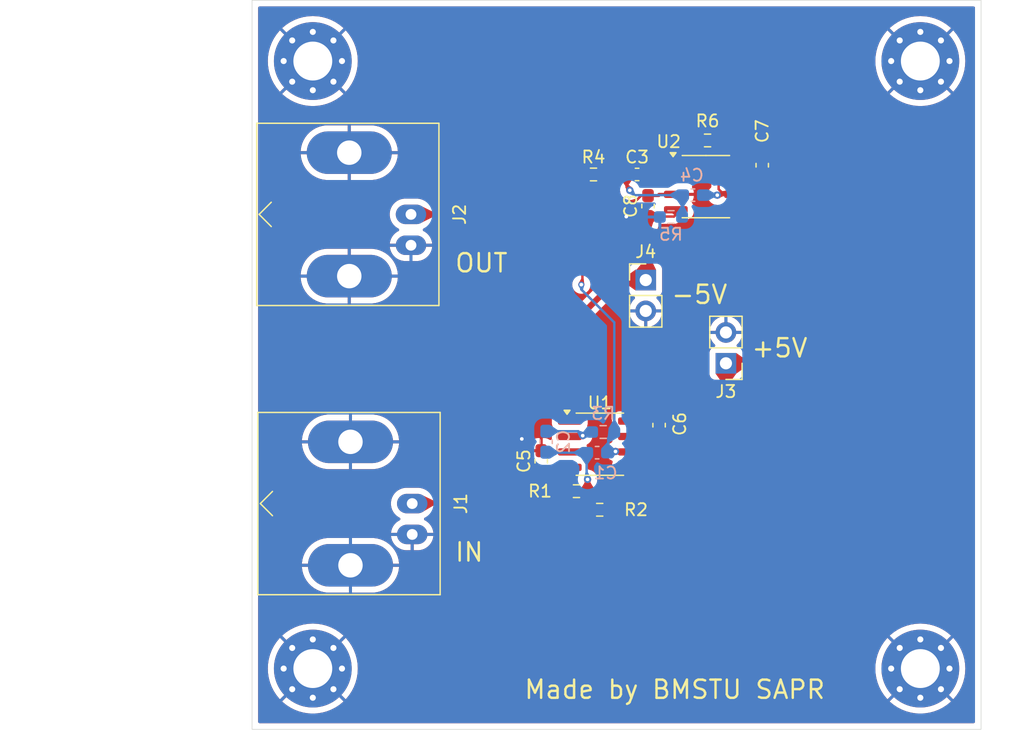
<source format=kicad_pcb>
(kicad_pcb (version 20240108) (generator "pcbnew") (generator_version "8.0")
  (layers (0 "F.Cu" signal) (31 "B.Cu" signal) (34 "B.Paste" user) (35 "F.Paste" user) (36 "B.SilkS" user "B.Silkscreen") (37 "F.SilkS" user "F.Silkscreen") (38 "B.Mask" user) (39 "F.Mask" user) (44 "Edge.Cuts" user))
  (net 0 "")
  (net 1 "Net-(C1-Pad1)")
  (net 2 "Net-(C1-Pad2)")
  (net 3 "Net-(U1--)")
  (net 4 "Net-(U2--)")
  (net 5 "Net-(C3-Pad1)")
  (net 6 "Net-(J2-In)")
  (net 7 "GND")
  (net 8 "-5V")
  (net 9 "+5V")
  (net 10 "Net-(J1-In)")
  (footprint "Resistor_SMD:R_0603_1608Metric_Pad0.98x0.95mm_HandSolder" (layer "F.Cu") (at 26.7 40.4)
    (property "Reference" "R1" (at -3 0 360) (layer "F.SilkS"))
    (property "Value" "1k")
    (fp_line (start -0.254724 -0.5225) (end 0.254724 -0.5225) (stroke (width 0.12)) (layer "F.SilkS"))
    (fp_line (start -0.254724 0.5225) (end 0.254724 0.5225) (stroke (width 0.12)) (layer "F.SilkS"))
    (pad "1" smd roundrect (at -0.9125 0) (size 0.975 0.95) (layers "F.Cu" "F.Paste" "F.Mask") (net 10 "Net-(J1-In)"))
    (pad "2" smd roundrect (at 0.9125 0) (size 0.975 0.95) (layers "F.Cu" "F.Paste" "F.Mask") (net 2 "Net-(C1-Pad2)"))
  )
  (footprint "Capacitor_SMD:C_0603_1608Metric_Pad1.08x0.95mm_HandSolder" (layer "F.Cu") (at 33.5 34.9675 90)
    (property "Reference" "C6" (at 0.1 1.7 90) (layer "F.SilkS"))
    (property "Value" "100n")
    (fp_line (start -0.146267 -0.51) (end 0.146267 -0.51) (stroke (width 0.12)) (layer "F.SilkS"))
    (fp_line (start -0.146267 0.51) (end 0.146267 0.51) (stroke (width 0.12)) (layer "F.SilkS"))
    (pad "1" smd roundrect (at -0.8625 0 90) (size 1.075 0.95) (layers "F.Cu" "F.Paste" "F.Mask") (net 9 "+5V"))
    (pad "2" smd roundrect (at 0.8625 0 90) (size 1.075 0.95) (layers "F.Cu" "F.Paste" "F.Mask") (net 7 "GND"))
  )
  (footprint "Connector_Coaxial:BNC_Amphenol_B6252HB-NPP3G-50_Horizontal" (layer "F.Cu") (at 13.08 17.62 90)
    (property "Reference" "J2" (at 0 4 90) (layer "F.SilkS"))
    (property "Value" "Conn_Coaxial")
    (fp_line (start 7.5 -12.7) (end 7.5 2.3) (stroke (width 0.12)) (layer "F.SilkS"))
    (fp_line (start -7.5 -12.7) (end 7.5 -12.7) (stroke (width 0.12)) (layer "F.SilkS"))
    (fp_line (start 0 -12.5) (end 1 -11.5) (stroke (width 0.12)) (layer "F.SilkS"))
    (fp_line (start 0 -12.5) (end -1 -11.5) (stroke (width 0.12)) (layer "F.SilkS"))
    (fp_line (start 7.5 2.3) (end -7.5 2.3) (stroke (width 0.12)) (layer "F.SilkS"))
    (fp_line (start -7.5 2.3) (end -7.5 -12.7) (stroke (width 0.12)) (layer "F.SilkS"))
    (pad "1" thru_hole oval (at 0 0 90) (size 1.6 2.5) (drill 0.89) (layers "*.Cu" "*.Mask") (net 6 "Net-(J2-In)"))
    (pad "2" thru_hole oval (at -5.08 -5.08 90) (size 3.5 7) (drill 2.01) (layers "*.Cu" "*.Mask") (net 7 "GND"))
    (pad "2" thru_hole oval (at -2.54 0 90) (size 1.6 2.5) (drill 0.89) (layers "*.Cu" "*.Mask") (net 7 "GND"))
    (pad "2" thru_hole oval (at 5.08 -5.08 90) (size 3.5 7) (drill 2.01) (layers "*.Cu" "*.Mask") (net 7 "GND"))
  )
  (footprint "Connector_Coaxial:BNC_Amphenol_B6252HB-NPP3G-50_Horizontal" (layer "F.Cu") (at 13.18 41.42 90)
    (property "Reference" "J1" (at 0 4 90) (layer "F.SilkS"))
    (property "Value" "Conn_Coaxial")
    (fp_line (start 7.5 -12.7) (end 7.5 2.3) (stroke (width 0.12)) (layer "F.SilkS"))
    (fp_line (start -7.5 -12.7) (end 7.5 -12.7) (stroke (width 0.12)) (layer "F.SilkS"))
    (fp_line (start 0 -12.5) (end 1 -11.5) (stroke (width 0.12)) (layer "F.SilkS"))
    (fp_line (start 0 -12.5) (end -1 -11.5) (stroke (width 0.12)) (layer "F.SilkS"))
    (fp_line (start 7.5 2.3) (end -7.5 2.3) (stroke (width 0.12)) (layer "F.SilkS"))
    (fp_line (start -7.5 2.3) (end -7.5 -12.7) (stroke (width 0.12)) (layer "F.SilkS"))
    (pad "1" thru_hole oval (at 0 0 90) (size 1.6 2.5) (drill 0.89) (layers "*.Cu" "*.Mask") (net 10 "Net-(J1-In)"))
    (pad "2" thru_hole oval (at -5.08 -5.08 90) (size 3.5 7) (drill 2.01) (layers "*.Cu" "*.Mask") (net 7 "GND"))
    (pad "2" thru_hole oval (at -2.54 0 90) (size 1.6 2.5) (drill 0.89) (layers "*.Cu" "*.Mask") (net 7 "GND"))
    (pad "2" thru_hole oval (at 5.08 -5.08 90) (size 3.5 7) (drill 2.01) (layers "*.Cu" "*.Mask") (net 7 "GND"))
  )
  (footprint "Capacitor_SMD:C_0603_1608Metric_Pad1.08x0.95mm_HandSolder" (layer "F.Cu") (at 32.58875 16.935 90)
    (property "Reference" "C8" (at 0 -1.43 90) (layer "F.SilkS"))
    (property "Value" "100n")
    (fp_line (start -0.146267 -0.51) (end 0.146267 -0.51) (stroke (width 0.12)) (layer "F.SilkS"))
    (fp_line (start -0.146267 0.51) (end 0.146267 0.51) (stroke (width 0.12)) (layer "F.SilkS"))
    (pad "1" smd roundrect (at -0.8625 0 90) (size 1.075 0.95) (layers "F.Cu" "F.Paste" "F.Mask") (net 8 "-5V"))
    (pad "2" smd roundrect (at 0.8625 0 90) (size 1.075 0.95) (layers "F.Cu" "F.Paste" "F.Mask") (net 7 "GND"))
  )
  (footprint "Resistor_SMD:R_0603_1608Metric_Pad0.98x0.95mm_HandSolder" (layer "F.Cu") (at 28.6125 41.93)
    (property "Reference" "R2" (at 2.9875 0 0) (layer "F.SilkS"))
    (property "Value" "3k")
    (fp_line (start -0.254724 -0.5225) (end 0.254724 -0.5225) (stroke (width 0.12)) (layer "F.SilkS"))
    (fp_line (start -0.254724 0.5225) (end 0.254724 0.5225) (stroke (width 0.12)) (layer "F.SilkS"))
    (pad "1" smd roundrect (at -0.9125 0) (size 0.975 0.95) (layers "F.Cu" "F.Paste" "F.Mask") (net 2 "Net-(C1-Pad2)"))
    (pad "2" smd roundrect (at 0.9125 0) (size 0.975 0.95) (layers "F.Cu" "F.Paste" "F.Mask") (net 7 "GND"))
  )
  (footprint "Connector_PinHeader_2.54mm:PinHeader_1x02_P2.54mm_Vertical" (layer "F.Cu") (at 39 29.875 180)
    (property "Reference" "J3" (at 0 -2.33 360) (layer "F.SilkS"))
    (property "Value" "Conn_01x02")
    (fp_line (start 1.33 1.27) (end 1.33 3.87) (stroke (width 0.12)) (layer "F.SilkS"))
    (fp_line (start -1.33 3.87) (end 1.33 3.87) (stroke (width 0.12)) (layer "F.SilkS"))
    (fp_line (start -1.33 1.27) (end 1.33 1.27) (stroke (width 0.12)) (layer "F.SilkS"))
    (fp_line (start -1.33 1.27) (end -1.33 3.87) (stroke (width 0.12)) (layer "F.SilkS"))
    (fp_line (start -1.33 0) (end -1.33 -1.33) (stroke (width 0.12)) (layer "F.SilkS"))
    (fp_line (start -1.33 -1.33) (end 0 -1.33) (stroke (width 0.12)) (layer "F.SilkS"))
    (pad "1" thru_hole rect (at 0 0 180) (size 1.7 1.7) (drill 1) (layers "*.Cu" "*.Mask") (net 9 "+5V"))
    (pad "2" thru_hole oval (at 0 2.54 180) (size 1.7 1.7) (drill 1) (layers "*.Cu" "*.Mask") (net 7 "GND"))
  )
  (footprint "Package_SO:SOIC-8_3.9x4.9mm_P1.27mm" (layer "F.Cu") (at 28.625 36.535)
    (property "Reference" "U1" (at 0 -3.4 0) (layer "F.SilkS"))
    (property "Value" "OPA188xxD")
    (fp_line (start 0 -2.56) (end -1.95 -2.56) (stroke (width 0.12)) (layer "F.SilkS"))
    (fp_line (start 0 -2.56) (end 1.95 -2.56) (stroke (width 0.12)) (layer "F.SilkS"))
    (fp_line (start 0 2.56) (end -1.95 2.56) (stroke (width 0.12)) (layer "F.SilkS"))
    (fp_line (start 0 2.56) (end 1.95 2.56) (stroke (width 0.12)) (layer "F.SilkS"))
    (fp_poly (pts (xy -2.7 -2.465) (xy -2.94 -2.795) (xy -2.46 -2.795) (xy -2.7 -2.465)) (stroke (width 0.12)) (fill solid) (layer "F.SilkS"))
    (pad "1" smd roundrect (at -2.475 -1.905) (size 1.95 0.6) (layers "F.Cu" "F.Paste" "F.Mask"))
    (pad "2" smd roundrect (at -2.475 -0.635) (size 1.95 0.6) (layers "F.Cu" "F.Paste" "F.Mask") (net 3 "Net-(U1--)"))
    (pad "3" smd roundrect (at -2.475 0.635) (size 1.95 0.6) (layers "F.Cu" "F.Paste" "F.Mask") (net 7 "GND"))
    (pad "4" smd roundrect (at -2.475 1.905) (size 1.95 0.6) (layers "F.Cu" "F.Paste" "F.Mask") (net 8 "-5V"))
    (pad "5" smd roundrect (at 2.475 1.905) (size 1.95 0.6) (layers "F.Cu" "F.Paste" "F.Mask"))
    (pad "6" smd roundrect (at 2.475 0.635) (size 1.95 0.6) (layers "F.Cu" "F.Paste" "F.Mask") (net 1 "Net-(C1-Pad1)"))
    (pad "7" smd roundrect (at 2.475 -0.635) (size 1.95 0.6) (layers "F.Cu" "F.Paste" "F.Mask") (net 9 "+5V"))
    (pad "8" smd roundrect (at 2.475 -1.905) (size 1.95 0.6) (layers "F.Cu" "F.Paste" "F.Mask"))
  )
  (footprint "MountingHole:MountingHole_3.2mm_M3_Pad_Via" (layer "F.Cu") (at 55 55)
    (property "Reference" "J8" (hide yes))
    (property "Value" "Screw_Terminal_01x01")
    (pad "1" thru_hole circle (at -2.4 0) (size 0.8 0.8) (drill 0.5) (layers "*.Cu" "*.Mask") (net 7 "GND"))
    (pad "1" thru_hole circle (at -1.697056 -1.697056) (size 0.8 0.8) (drill 0.5) (layers "*.Cu" "*.Mask") (net 7 "GND"))
    (pad "1" thru_hole circle (at -1.697056 1.697056) (size 0.8 0.8) (drill 0.5) (layers "*.Cu" "*.Mask") (net 7 "GND"))
    (pad "1" thru_hole circle (at 0 -2.4) (size 0.8 0.8) (drill 0.5) (layers "*.Cu" "*.Mask") (net 7 "GND"))
    (pad "1" thru_hole circle (at 0 0) (size 6.4 6.4) (drill 3.2) (layers "*.Cu" "*.Mask") (net 7 "GND"))
    (pad "1" thru_hole circle (at 0 2.4) (size 0.8 0.8) (drill 0.5) (layers "*.Cu" "*.Mask") (net 7 "GND"))
    (pad "1" thru_hole circle (at 1.697056 -1.697056) (size 0.8 0.8) (drill 0.5) (layers "*.Cu" "*.Mask") (net 7 "GND"))
    (pad "1" thru_hole circle (at 1.697056 1.697056) (size 0.8 0.8) (drill 0.5) (layers "*.Cu" "*.Mask") (net 7 "GND"))
    (pad "1" thru_hole circle (at 2.4 0) (size 0.8 0.8) (drill 0.5) (layers "*.Cu" "*.Mask") (net 7 "GND"))
  )
  (footprint "Resistor_SMD:R_0603_1608Metric_Pad0.98x0.95mm_HandSolder" (layer "F.Cu") (at 37.48875 11.535 180)
    (property "Reference" "R6" (at 0 1.6 0) (layer "F.SilkS"))
    (property "Value" "1k")
    (fp_line (start -0.254724 0.5225) (end 0.254724 0.5225) (stroke (width 0.12)) (layer "F.SilkS"))
    (fp_line (start -0.254724 -0.5225) (end 0.254724 -0.5225) (stroke (width 0.12)) (layer "F.SilkS"))
    (pad "1" smd roundrect (at -0.9125 0 180) (size 0.975 0.95) (layers "F.Cu" "F.Paste" "F.Mask") (net 6 "Net-(J2-In)"))
    (pad "2" smd roundrect (at 0.9125 0 180) (size 0.975 0.95) (layers "F.Cu" "F.Paste" "F.Mask") (net 4 "Net-(U2--)"))
  )
  (footprint "Capacitor_SMD:C_0603_1608Metric_Pad1.08x0.95mm_HandSolder" (layer "F.Cu") (at 23.8 37.93 90)
    (property "Reference" "C5" (at 0 -1.43 90) (layer "F.SilkS"))
    (property "Value" "100n")
    (fp_line (start -0.146267 -0.51) (end 0.146267 -0.51) (stroke (width 0.12)) (layer "F.SilkS"))
    (fp_line (start -0.146267 0.51) (end 0.146267 0.51) (stroke (width 0.12)) (layer "F.SilkS"))
    (pad "1" smd roundrect (at -0.8625 0 90) (size 1.075 0.95) (layers "F.Cu" "F.Paste" "F.Mask") (net 8 "-5V"))
    (pad "2" smd roundrect (at 0.8625 0 90) (size 1.075 0.95) (layers "F.Cu" "F.Paste" "F.Mask") (net 7 "GND"))
  )
  (footprint "Resistor_SMD:R_0603_1608Metric_Pad0.98x0.95mm_HandSolder" (layer "F.Cu") (at 28.10125 14.335)
    (property "Reference" "R4" (at 0 -1.43 0) (layer "F.SilkS"))
    (property "Value" "4.7k")
    (fp_line (start -0.254724 -0.5225) (end 0.254724 -0.5225) (stroke (width 0.12)) (layer "F.SilkS"))
    (fp_line (start -0.254724 0.5225) (end 0.254724 0.5225) (stroke (width 0.12)) (layer "F.SilkS"))
    (pad "1" smd roundrect (at -0.9125 0) (size 0.975 0.95) (layers "F.Cu" "F.Paste" "F.Mask") (net 1 "Net-(C1-Pad1)"))
    (pad "2" smd roundrect (at 0.9125 0) (size 0.975 0.95) (layers "F.Cu" "F.Paste" "F.Mask") (net 5 "Net-(C3-Pad1)"))
  )
  (footprint "Package_SO:SOIC-8_3.9x4.9mm_P1.27mm" (layer "F.Cu") (at 37.35125 15.335)
    (property "Reference" "U2" (at -3.0625 -3.7 0) (layer "F.SilkS"))
    (property "Value" "OPA188xxD")
    (fp_line (start 0 -2.56) (end -1.95 -2.56) (stroke (width 0.12)) (layer "F.SilkS"))
    (fp_line (start 0 -2.56) (end 1.95 -2.56) (stroke (width 0.12)) (layer "F.SilkS"))
    (fp_line (start 0 2.56) (end -1.95 2.56) (stroke (width 0.12)) (layer "F.SilkS"))
    (fp_line (start 0 2.56) (end 1.95 2.56) (stroke (width 0.12)) (layer "F.SilkS"))
    (fp_poly (pts (xy -2.7 -2.465) (xy -2.94 -2.795) (xy -2.46 -2.795) (xy -2.7 -2.465)) (stroke (width 0.12)) (fill solid) (layer "F.SilkS"))
    (pad "1" smd roundrect (at -2.475 -1.905) (size 1.95 0.6) (layers "F.Cu" "F.Paste" "F.Mask"))
    (pad "2" smd roundrect (at -2.475 -0.635) (size 1.95 0.6) (layers "F.Cu" "F.Paste" "F.Mask") (net 4 "Net-(U2--)"))
    (pad "3" smd roundrect (at -2.475 0.635) (size 1.95 0.6) (layers "F.Cu" "F.Paste" "F.Mask") (net 7 "GND"))
    (pad "4" smd roundrect (at -2.475 1.905) (size 1.95 0.6) (layers "F.Cu" "F.Paste" "F.Mask") (net 8 "-5V"))
    (pad "5" smd roundrect (at 2.475 1.905) (size 1.95 0.6) (layers "F.Cu" "F.Paste" "F.Mask"))
    (pad "6" smd roundrect (at 2.475 0.635) (size 1.95 0.6) (layers "F.Cu" "F.Paste" "F.Mask") (net 6 "Net-(J2-In)"))
    (pad "7" smd roundrect (at 2.475 -0.635) (size 1.95 0.6) (layers "F.Cu" "F.Paste" "F.Mask") (net 9 "+5V"))
    (pad "8" smd roundrect (at 2.475 -1.905) (size 1.95 0.6) (layers "F.Cu" "F.Paste" "F.Mask"))
  )
  (footprint "MountingHole:MountingHole_3.2mm_M3_Pad_Via" (layer "F.Cu") (at 55 5)
    (property "Reference" "J6" (hide yes))
    (property "Value" "Screw_Terminal_01x01")
    (pad "1" thru_hole circle (at -2.4 0) (size 0.8 0.8) (drill 0.5) (layers "*.Cu" "*.Mask") (net 7 "GND"))
    (pad "1" thru_hole circle (at -1.697056 -1.697056) (size 0.8 0.8) (drill 0.5) (layers "*.Cu" "*.Mask") (net 7 "GND"))
    (pad "1" thru_hole circle (at -1.697056 1.697056) (size 0.8 0.8) (drill 0.5) (layers "*.Cu" "*.Mask") (net 7 "GND"))
    (pad "1" thru_hole circle (at 0 -2.4) (size 0.8 0.8) (drill 0.5) (layers "*.Cu" "*.Mask") (net 7 "GND"))
    (pad "1" thru_hole circle (at 0 0) (size 6.4 6.4) (drill 3.2) (layers "*.Cu" "*.Mask") (net 7 "GND"))
    (pad "1" thru_hole circle (at 0 2.4) (size 0.8 0.8) (drill 0.5) (layers "*.Cu" "*.Mask") (net 7 "GND"))
    (pad "1" thru_hole circle (at 1.697056 -1.697056) (size 0.8 0.8) (drill 0.5) (layers "*.Cu" "*.Mask") (net 7 "GND"))
    (pad "1" thru_hole circle (at 1.697056 1.697056) (size 0.8 0.8) (drill 0.5) (layers "*.Cu" "*.Mask") (net 7 "GND"))
    (pad "1" thru_hole circle (at 2.4 0) (size 0.8 0.8) (drill 0.5) (layers "*.Cu" "*.Mask") (net 7 "GND"))
  )
  (footprint "Capacitor_SMD:C_0603_1608Metric_Pad1.08x0.95mm_HandSolder" (layer "F.Cu") (at 41.98875 13.5725 90)
    (property "Reference" "C7" (at 2.8 0 90) (layer "F.SilkS"))
    (property "Value" "100n")
    (fp_line (start -0.146267 -0.51) (end 0.146267 -0.51) (stroke (width 0.12)) (layer "F.SilkS"))
    (fp_line (start -0.146267 0.51) (end 0.146267 0.51) (stroke (width 0.12)) (layer "F.SilkS"))
    (pad "1" smd roundrect (at -0.8625 0 90) (size 1.075 0.95) (layers "F.Cu" "F.Paste" "F.Mask") (net 9 "+5V"))
    (pad "2" smd roundrect (at 0.8625 0 90) (size 1.075 0.95) (layers "F.Cu" "F.Paste" "F.Mask") (net 7 "GND"))
  )
  (footprint "Connector_PinHeader_2.54mm:PinHeader_1x02_P2.54mm_Vertical" (layer "F.Cu") (at 32.4 23.025)
    (property "Reference" "J4" (at 0 -2.33 0) (layer "F.SilkS"))
    (property "Value" "Conn_01x02")
    (fp_line (start -1.33 -1.33) (end 0 -1.33) (stroke (width 0.12)) (layer "F.SilkS"))
    (fp_line (start -1.33 0) (end -1.33 -1.33) (stroke (width 0.12)) (layer "F.SilkS"))
    (fp_line (start -1.33 1.27) (end -1.33 3.87) (stroke (width 0.12)) (layer "F.SilkS"))
    (fp_line (start -1.33 1.27) (end 1.33 1.27) (stroke (width 0.12)) (layer "F.SilkS"))
    (fp_line (start -1.33 3.87) (end 1.33 3.87) (stroke (width 0.12)) (layer "F.SilkS"))
    (fp_line (start 1.33 1.27) (end 1.33 3.87) (stroke (width 0.12)) (layer "F.SilkS"))
    (pad "1" thru_hole rect (at 0 0) (size 1.7 1.7) (drill 1) (layers "*.Cu" "*.Mask") (net 8 "-5V"))
    (pad "2" thru_hole oval (at 0 2.54) (size 1.7 1.7) (drill 1) (layers "*.Cu" "*.Mask") (net 7 "GND"))
  )
  (footprint "Capacitor_SMD:C_0603_1608Metric_Pad1.08x0.95mm_HandSolder" (layer "F.Cu") (at 31.68875 14.335)
    (property "Reference" "C3" (at 0 -1.43 0) (layer "F.SilkS"))
    (property "Value" "100n")
    (fp_line (start -0.146267 -0.51) (end 0.146267 -0.51) (stroke (width 0.12)) (layer "F.SilkS"))
    (fp_line (start -0.146267 0.51) (end 0.146267 0.51) (stroke (width 0.12)) (layer "F.SilkS"))
    (pad "1" smd roundrect (at -0.8625 0) (size 1.075 0.95) (layers "F.Cu" "F.Paste" "F.Mask") (net 5 "Net-(C3-Pad1)"))
    (pad "2" smd roundrect (at 0.8625 0) (size 1.075 0.95) (layers "F.Cu" "F.Paste" "F.Mask") (net 4 "Net-(U2--)"))
  )
  (footprint "MountingHole:MountingHole_3.2mm_M3_Pad_Via" (layer "F.Cu") (at 5 5)
    (property "Reference" "J5" (hide yes))
    (property "Value" "Screw_Terminal_01x01")
    (pad "1" thru_hole circle (at -2.4 0) (size 0.8 0.8) (drill 0.5) (layers "*.Cu" "*.Mask") (net 7 "GND"))
    (pad "1" thru_hole circle (at -1.697056 -1.697056) (size 0.8 0.8) (drill 0.5) (layers "*.Cu" "*.Mask") (net 7 "GND"))
    (pad "1" thru_hole circle (at -1.697056 1.697056) (size 0.8 0.8) (drill 0.5) (layers "*.Cu" "*.Mask") (net 7 "GND"))
    (pad "1" thru_hole circle (at 0 -2.4) (size 0.8 0.8) (drill 0.5) (layers "*.Cu" "*.Mask") (net 7 "GND"))
    (pad "1" thru_hole circle (at 0 0) (size 6.4 6.4) (drill 3.2) (layers "*.Cu" "*.Mask") (net 7 "GND"))
    (pad "1" thru_hole circle (at 0 2.4) (size 0.8 0.8) (drill 0.5) (layers "*.Cu" "*.Mask") (net 7 "GND"))
    (pad "1" thru_hole circle (at 1.697056 -1.697056) (size 0.8 0.8) (drill 0.5) (layers "*.Cu" "*.Mask") (net 7 "GND"))
    (pad "1" thru_hole circle (at 1.697056 1.697056) (size 0.8 0.8) (drill 0.5) (layers "*.Cu" "*.Mask") (net 7 "GND"))
    (pad "1" thru_hole circle (at 2.4 0) (size 0.8 0.8) (drill 0.5) (layers "*.Cu" "*.Mask") (net 7 "GND"))
  )
  (footprint "MountingHole:MountingHole_3.2mm_M3_Pad_Via" (layer "F.Cu") (at 5 55)
    (property "Reference" "J7" (hide yes))
    (property "Value" "Screw_Terminal_01x01")
    (pad "1" thru_hole circle (at -2.4 0) (size 0.8 0.8) (drill 0.5) (layers "*.Cu" "*.Mask") (net 7 "GND"))
    (pad "1" thru_hole circle (at -1.697056 -1.697056) (size 0.8 0.8) (drill 0.5) (layers "*.Cu" "*.Mask") (net 7 "GND"))
    (pad "1" thru_hole circle (at -1.697056 1.697056) (size 0.8 0.8) (drill 0.5) (layers "*.Cu" "*.Mask") (net 7 "GND"))
    (pad "1" thru_hole circle (at 0 -2.4) (size 0.8 0.8) (drill 0.5) (layers "*.Cu" "*.Mask") (net 7 "GND"))
    (pad "1" thru_hole circle (at 0 0) (size 6.4 6.4) (drill 3.2) (layers "*.Cu" "*.Mask") (net 7 "GND"))
    (pad "1" thru_hole circle (at 0 2.4) (size 0.8 0.8) (drill 0.5) (layers "*.Cu" "*.Mask") (net 7 "GND"))
    (pad "1" thru_hole circle (at 1.697056 -1.697056) (size 0.8 0.8) (drill 0.5) (layers "*.Cu" "*.Mask") (net 7 "GND"))
    (pad "1" thru_hole circle (at 1.697056 1.697056) (size 0.8 0.8) (drill 0.5) (layers "*.Cu" "*.Mask") (net 7 "GND"))
    (pad "1" thru_hole circle (at 2.4 0) (size 0.8 0.8) (drill 0.5) (layers "*.Cu" "*.Mask") (net 7 "GND"))
  )
  (footprint "Capacitor_SMD:C_0603_1608Metric_Pad1.08x0.95mm_HandSolder" (layer "B.Cu") (at 36.28875 16.035)
    (property "Reference" "C4" (at -0.08875 -1.635 0) (layer "B.SilkS") (effects (justify mirror)))
    (property "Value" "1n")
    (fp_line (start 0.146267 -0.51) (end -0.146267 -0.51) (stroke (width 0.12)) (layer "B.SilkS"))
    (fp_line (start 0.146267 0.51) (end -0.146267 0.51) (stroke (width 0.12)) (layer "B.SilkS"))
    (pad "1" smd roundrect (at -0.8625 0) (size 1.075 0.95) (layers "B.Cu" "B.Paste" "B.Mask") (net 5 "Net-(C3-Pad1)"))
    (pad "2" smd roundrect (at 0.8625 0) (size 1.075 0.95) (layers "B.Cu" "B.Paste" "B.Mask") (net 6 "Net-(J2-In)"))
  )
  (footprint "Resistor_SMD:R_0603_1608Metric_Pad0.98x0.95mm_HandSolder" (layer "B.Cu") (at 28.9 35.53)
    (property "Reference" "R3" (at 0 -1.53 360) (layer "B.SilkS") (effects (justify mirror)))
    (property "Value" "3k")
    (fp_line (start 0.254724 -0.5225) (end -0.254724 -0.5225) (stroke (width 0.12)) (layer "B.SilkS"))
    (fp_line (start 0.254724 0.5225) (end -0.254724 0.5225) (stroke (width 0.12)) (layer "B.SilkS"))
    (pad "1" smd roundrect (at -0.9125 0) (size 0.975 0.95) (layers "B.Cu" "B.Paste" "B.Mask") (net 3 "Net-(U1--)"))
    (pad "2" smd roundrect (at 0.9125 0) (size 0.975 0.95) (layers "B.Cu" "B.Paste" "B.Mask") (net 1 "Net-(C1-Pad1)"))
  )
  (footprint "Capacitor_SMD:C_0603_1608Metric_Pad1.08x0.95mm_HandSolder" (layer "B.Cu") (at 24.2 36.33 90)
    (property "Reference" "C2" (at 0 1.43 90) (layer "B.SilkS") (effects (justify mirror)))
    (property "Value" "10n")
    (fp_line (start 0.146267 -0.51) (end -0.146267 -0.51) (stroke (width 0.12)) (layer "B.SilkS"))
    (fp_line (start 0.146267 0.51) (end -0.146267 0.51) (stroke (width 0.12)) (layer "B.SilkS"))
    (pad "1" smd roundrect (at -0.8625 0 90) (size 1.075 0.95) (layers "B.Cu" "B.Paste" "B.Mask") (net 2 "Net-(C1-Pad2)"))
    (pad "2" smd roundrect (at 0.8625 0 90) (size 1.075 0.95) (layers "B.Cu" "B.Paste" "B.Mask") (net 3 "Net-(U1--)"))
  )
  (footprint "Capacitor_SMD:C_0603_1608Metric_Pad1.08x0.95mm_HandSolder" (layer "B.Cu") (at 28.4 37.23 180)
    (property "Reference" "C1" (at -0.7 -1.67 360) (layer "B.SilkS") (effects (justify mirror)))
    (property "Value" "10n")
    (fp_line (start 0.146267 0.51) (end -0.146267 0.51) (stroke (width 0.12)) (layer "B.SilkS"))
    (fp_line (start 0.146267 -0.51) (end -0.146267 -0.51) (stroke (width 0.12)) (layer "B.SilkS"))
    (pad "1" smd roundrect (at -0.8625 0 180) (size 1.075 0.95) (layers "B.Cu" "B.Paste" "B.Mask") (net 1 "Net-(C1-Pad1)"))
    (pad "2" smd roundrect (at 0.8625 0 180) (size 1.075 0.95) (layers "B.Cu" "B.Paste" "B.Mask") (net 2 "Net-(C1-Pad2)"))
  )
  (footprint "Resistor_SMD:R_0603_1608Metric_Pad0.98x0.95mm_HandSolder" (layer "B.Cu") (at 34.47625 17.835)
    (property "Reference" "R5" (at 0 1.43 0) (layer "B.SilkS") (effects (justify mirror)))
    (property "Value" "3k")
    (fp_line (start 0.254724 -0.5225) (end -0.254724 -0.5225) (stroke (width 0.12)) (layer "B.SilkS"))
    (fp_line (start 0.254724 0.5225) (end -0.254724 0.5225) (stroke (width 0.12)) (layer "B.SilkS"))
    (pad "1" smd roundrect (at -0.9125 0) (size 0.975 0.95) (layers "B.Cu" "B.Paste" "B.Mask") (net 7 "GND"))
    (pad "2" smd roundrect (at 0.9125 0) (size 0.975 0.95) (layers "B.Cu" "B.Paste" "B.Mask") (net 5 "Net-(C3-Pad1)"))
  )
  (gr_rect (start 0 0) (end 60 60) (stroke (width 0.05)) (fill none) (layer "Edge.Cuts"))
  (gr_text "OUT" (at 16.6 22.5 0) (layer "F.SilkS") (effects (font (size 1.5 1.5) (thickness 0.2)) (justify left bottom)))
  (gr_text "-5V\n" (at 34.4 25.1 0) (layer "F.SilkS") (effects (font (size 1.5 1.5) (thickness 0.2)) (justify left bottom)))
  (gr_text "Made by BMSTU SAPR" (at 22.3 57.6 0) (layer "F.SilkS") (effects (font (size 1.5 1.5) (thickness 0.2)) (justify left bottom)))
  (gr_text "IN" (at 16.6 46.3 0) (layer "F.SilkS") (effects (font (size 1.5 1.5) (thickness 0.2)) (justify left bottom)))
  (gr_text "+5V\n" (at 41 29.5 0) (layer "F.SilkS") (effects (font (size 1.5 1.5) (thickness 0.2)) (justify left bottom)))
  (segment (start 29.9125 37.13) (end 31.06 37.13) (width 0.2) (layer "F.Cu") (net 1))
  (segment (start 31.06 37.13) (end 31.1 37.17) (width 0.2) (layer "F.Cu") (net 1))
  (segment (start 27.18875 14.335) (end 27.18875 23.31125) (width 0.2) (layer "F.Cu") (net 1))
  (segment (start 27.18875 23.31125) (end 27.1 23.4) (width 0.2) (layer "F.Cu") (net 1))
  (via (at 27.1 23.4) (size 0.5) (drill 0.3) (layers "F.Cu" "B.Cu") (net 1))
  (via (at 29.9125 37.13) (size 0.6) (drill 0.3) (layers "F.Cu" "B.Cu") (net 1))
  (segment (start 27.1 23.8) (end 29.8125 26.5125) (width 0.2) (layer "B.Cu") (net 1))
  (segment (start 29.8125 37.23) (end 29.9125 37.13) (width 0.2) (layer "B.Cu") (net 1))
  (segment (start 29.3125 36.43) (end 29.2625 36.48) (width 0.2) (layer "B.Cu") (net 1))
  (segment (start 27.1 23.4) (end 27.1 23.8) (width 0.2) (layer "B.Cu") (net 1))
  (segment (start 29.3125 36.03) (end 29.3125 36.43) (width 0.2) (layer "B.Cu") (net 1))
  (segment (start 29.2625 37.23) (end 29.8125 37.23) (width 0.2) (layer "B.Cu") (net 1))
  (segment (start 29.2625 36.48) (end 29.2625 37.23) (width 0.2) (layer "B.Cu") (net 1))
  (segment (start 29.8125 35.53) (end 29.3125 36.03) (width 0.2) (layer "B.Cu") (net 1))
  (segment (start 29.8125 26.5125) (end 29.8125 35.53) (width 0.2) (layer "B.Cu") (net 1))
  (segment (start 27.6875 40.3) (end 27.6875 41.9175) (width 0.2) (layer "F.Cu") (net 2))
  (segment (start 27.6875 41.9175) (end 27.7 41.93) (width 0.2) (layer "F.Cu") (net 2))
  (segment (start 27.6125 39.43) (end 27.6125 40.225) (width 0.2) (layer "F.Cu") (net 2))
  (segment (start 27.6125 40.225) (end 27.6875 40.3) (width 0.2) (layer "F.Cu") (net 2))
  (via (at 27.6125 39.43) (size 0.6) (drill 0.3) (layers "F.Cu" "B.Cu") (net 2))
  (segment (start 27.5375 39.355) (end 27.6125 39.43) (width 0.2) (layer "B.Cu") (net 2))
  (segment (start 27.5375 37.23) (end 27.5375 39.355) (width 0.2) (layer "B.Cu") (net 2))
  (segment (start 24.2375 37.23) (end 24.2 37.1925) (width 0.2) (layer "B.Cu") (net 2))
  (segment (start 27.5375 37.23) (end 24.2375 37.23) (width 0.2) (layer "B.Cu") (net 2))
  (segment (start 26.15 35.9) (end 27.1425 35.9) (width 0.2) (layer "F.Cu") (net 3))
  (segment (start 27.1425 35.9) (end 27.2125 35.83) (width 0.2) (layer "F.Cu") (net 3))
  (via (at 27.2125 35.83) (size 0.6) (drill 0.3) (layers "F.Cu" "B.Cu") (net 3))
  (segment (start 27.2125 35.83) (end 27.6875 35.83) (width 0.2) (layer "B.Cu") (net 3))
  (segment (start 26.85 35.4675) (end 27.2125 35.83) (width 0.2) (layer "B.Cu") (net 3))
  (segment (start 24.2 35.4675) (end 26.85 35.4675) (width 0.2) (layer "B.Cu") (net 3))
  (segment (start 27.6875 35.83) (end 27.9875 35.53) (width 0.2) (layer "B.Cu") (net 3))
  (segment (start 33.85375 14.7) (end 34.87625 14.7) (width 0.2) (layer "F.Cu") (net 4))
  (segment (start 32.55125 14.335) (end 33.48875 14.335) (width 0.2) (layer "F.Cu") (net 4))
  (segment (start 36 14.7) (end 34.87625 14.7) (width 0.2) (layer "F.Cu") (net 4))
  (segment (start 36.57625 14.12375) (end 36 14.7) (width 0.2) (layer "F.Cu") (net 4))
  (segment (start 33.48875 14.335) (end 33.85375 14.7) (width 0.2) (layer "F.Cu") (net 4))
  (segment (start 36.57625 11.535) (end 36.57625 14.12375) (width 0.2) (layer "F.Cu") (net 4))
  (segment (start 30.82625 15.3725) (end 31.08875 15.635) (width 0.2) (layer "F.Cu") (net 5))
  (segment (start 30.82625 14.335) (end 29.01375 14.335) (width 0.2) (layer "F.Cu") (net 5))
  (segment (start 30.82625 14.335) (end 30.82625 15.3725) (width 0.2) (layer "F.Cu") (net 5))
  (via (at 31.08875 15.635) (size 0.6) (drill 0.3) (layers "F.Cu" "B.Cu") (net 5))
  (segment (start 31.48875 16.035) (end 35.42625 16.035) (width 0.2) (layer "B.Cu") (net 5))
  (segment (start 31.08875 15.635) (end 31.48875 16.035) (width 0.2) (layer "B.Cu") (net 5))
  (segment (start 35.42625 17.7975) (end 35.38875 17.835) (width 0.2) (layer "B.Cu") (net 5))
  (segment (start 35.42625 16.035) (end 35.42625 17.7975) (width 0.2) (layer "B.Cu") (net 5))
  (segment (start 13.08 17.62) (end 17.08 17.62) (width 0.2) (layer "F.Cu") (net 6))
  (segment (start 36.9 8.4) (end 38.40125 9.90125) (width 0.2) (layer "F.Cu") (net 6))
  (segment (start 38.75875 16.035) (end 38.82375 15.97) (width 0.2) (layer "F.Cu") (net 6))
  (segment (start 38.28875 16.035) (end 38.75875 16.035) (width 0.2) (layer "F.Cu") (net 6))
  (segment (start 38.40125 9.90125) (end 38.40125 11.535) (width 0.2) (layer "F.Cu") (net 6))
  (segment (start 38.82375 15.97) (end 39.82625 15.97) (width 0.2) (layer "F.Cu") (net 6))
  (segment (start 17.08 17.62) (end 26.3 8.4) (width 0.2) (layer "F.Cu") (net 6))
  (segment (start 38.40125 15.5475) (end 38.82375 15.97) (width 0.2) (layer "F.Cu") (net 6))
  (segment (start 26.3 8.4) (end 36.9 8.4) (width 0.2) (layer "F.Cu") (net 6))
  (segment (start 38.40125 11.535) (end 38.40125 15.5475) (width 0.2) (layer "F.Cu") (net 6))
  (via (at 38.28875 16.035) (size 0.6) (drill 0.3) (layers "F.Cu" "B.Cu") (net 6))
  (segment (start 37.15125 16.035) (end 38.28875 16.035) (width 0.2) (layer "B.Cu") (net 6))
  (segment (start 32.58875 16.0725) (end 32.0275 16.0725) (width 0.2) (layer "F.Cu") (net 7))
  (segment (start 23.1675 37.0675) (end 22.2 36.1) (width 0.2) (layer "F.Cu") (net 7))
  (segment (start 31.2 16.9) (end 31 16.9) (width 0.2) (layer "F.Cu") (net 7))
  (segment (start 30.8 17.1) (end 30.8 17.8) (width 0.2) (layer "F.Cu") (net 7))
  (segment (start 23.8 37.0675) (end 23.1675 37.0675) (width 0.2) (layer "F.Cu") (net 7))
  (segment (start 31 16.9) (end 30.8 17.1) (width 0.2) (layer "F.Cu") (net 7))
  (segment (start 32.0275 16.0725) (end 31.2 16.9) (width 0.2) (layer "F.Cu") (net 7))
  (via (at 22.2 36.1) (size 0.6) (drill 0.3) (layers "F.Cu" "B.Cu") (net 7))
  (via (at 30.8 17.8) (size 0.6) (drill 0.3) (layers "F.Cu" "B.Cu") (net 7))
  (segment (start 34.72625 17.7975) (end 34.88875 17.635) (width 0.2) (layer "F.Cu") (net 8))
  (segment (start 23.8 38.7925) (end 24.45 38.7925) (width 0.2) (layer "F.Cu") (net 8))
  (segment (start 34.88875 17.635) (end 34.87625 17.6225) (width 0.2) (layer "F.Cu") (net 8))
  (segment (start 32.4 23.025) (end 29.975 23.025) (width 0.5) (layer "F.Cu") (net 8))
  (segment (start 32.58875 17.7975) (end 32.58875 22.83625) (width 0.5) (layer "F.Cu") (net 8))
  (segment (start 32.58875 22.83625) (end 32.4 23.025) (width 0.5) (layer "F.Cu") (net 8))
  (segment (start 24.8225 38.44) (end 26.15 38.44) (width 0.2) (layer "F.Cu") (net 8))
  (segment (start 29.975 23.025) (end 20.8 32.2) (width 0.5) (layer "F.Cu") (net 8))
  (segment (start 34.87625 17.6225) (end 34.87625 17.24) (width 0.2) (layer "F.Cu") (net 8))
  (segment (start 20.8 37.8) (end 21.7925 38.7925) (width 0.5) (layer "F.Cu") (net 8))
  (segment (start 24.45 38.7925) (end 24.8125 38.43) (width 0.2) (layer "F.Cu") (net 8))
  (segment (start 24.8125 38.43) (end 24.8225 38.44) (width 0.2) (layer "F.Cu") (net 8))
  (segment (start 32.58875 17.7975) (end 34.72625 17.7975) (width 0.2) (layer "F.Cu") (net 8))
  (segment (start 20.8 32.2) (end 20.8 37.8) (width 0.5) (layer "F.Cu") (net 8))
  (segment (start 21.7925 38.7925) (end 23.8 38.7925) (width 0.5) (layer "F.Cu") (net 8))
  (segment (start 41.72375 14.7) (end 41.98875 14.435) (width 0.2) (layer "F.Cu") (net 9))
  (segment (start 39 29.875) (end 42.325 29.875) (width 0.5) (layer "F.Cu") (net 9))
  (segment (start 36.17 35.83) (end 33.5 35.83) (width 0.5) (layer "F.Cu") (net 9))
  (segment (start 45.5 16.1) (end 43.835 14.435) (width 0.5) (layer "F.Cu") (net 9))
  (segment (start 33.43 35.9) (end 33.5 35.83) (width 0.2) (layer "F.Cu") (net 9))
  (segment (start 39 29.875) (end 39 33) (width 0.5) (layer "F.Cu") (net 9))
  (segment (start 39.82625 14.7) (end 41.72375 14.7) (width 0.2) (layer "F.Cu") (net 9))
  (segment (start 31.1 35.9) (end 33.43 35.9) (width 0.2) (layer "F.Cu") (net 9))
  (segment (start 43.835 14.435) (end 41.98875 14.435) (width 0.5) (layer "F.Cu") (net 9))
  (segment (start 42.325 29.875) (end 45.5 26.7) (width 0.5) (layer "F.Cu") (net 9))
  (segment (start 45.5 26.7) (end 45.5 16.1) (width 0.5) (layer "F.Cu") (net 9))
  (segment (start 39 33) (end 36.17 35.83) (width 0.5) (layer "F.Cu") (net 9))
  (segment (start 15.08 41.42) (end 13.18 41.42) (width 0.2) (layer "F.Cu") (net 10))
  (segment (start 25.7875 40.4) (end 16.1 40.4) (width 0.2) (layer "F.Cu") (net 10))
  (segment (start 16.1 40.4) (end 15.08 41.42) (width 0.2) (layer "F.Cu") (net 10))
  (zone (net 7) (net_name "GND") (layers "F&B.Cu") (connect_pads (clearance 0.5)) (min_thickness 0.25) (fill yes (thermal_gap 0.5) (thermal_bridge_width 0.25))
    (polygon (pts (xy 0 0) (xy 60 0) (xy 60 60) (xy 0 60)))
  )
)
</source>
